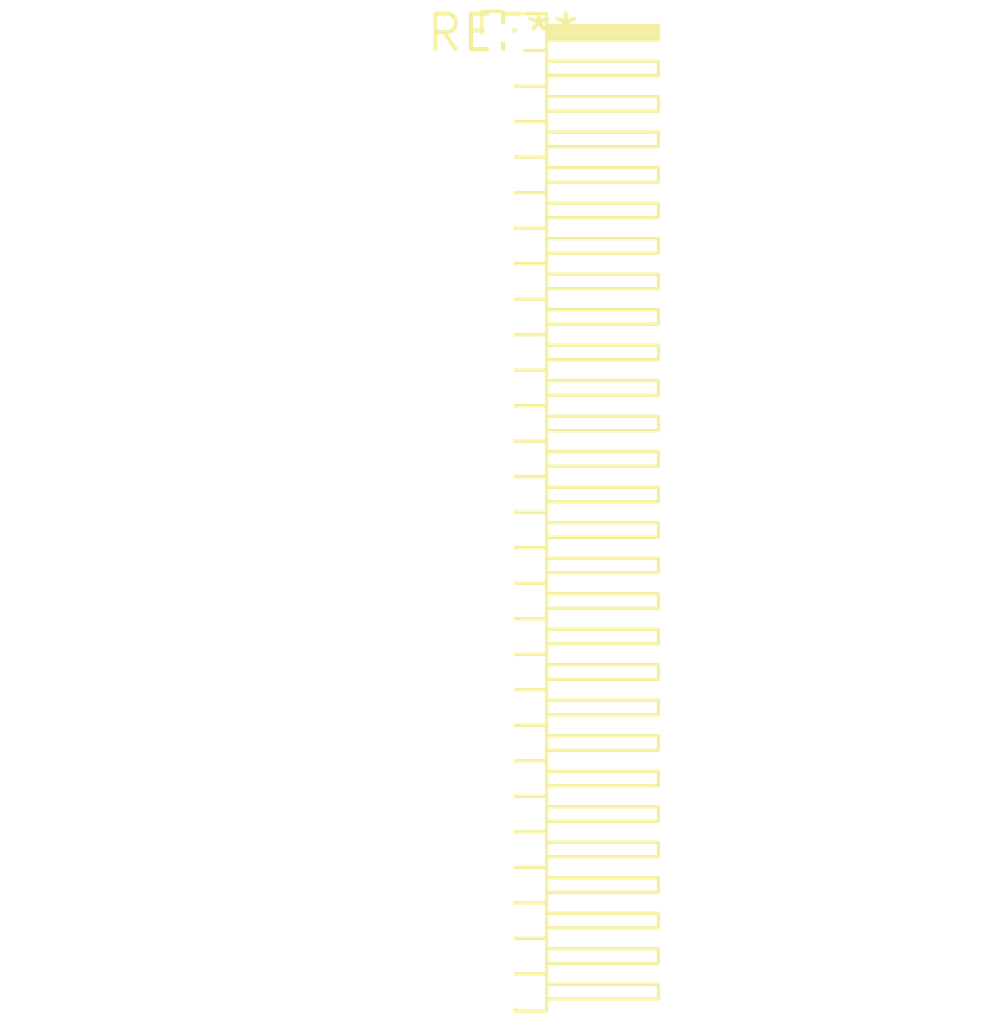
<source format=kicad_pcb>
(kicad_pcb (version 20240108) (generator pcbnew)
  (layers (0 "F.Cu" signal) (31 "B.Cu" signal) (34 "B.Paste" user) (35 "F.Paste" user) (36 "B.SilkS" user "B.Silkscreen") (37 "F.SilkS" user "F.Silkscreen") (38 "B.Mask" user) (39 "F.Mask" user) (44 "Edge.Cuts" user))
  (net 0 "")
  (footprint "PinHeader_1x28_P1.27mm_Horizontal" (layer "F.Cu") (at 0 0)
    (property "Reference" "REF**")
    (property "Value" "PinHeader_1x28_P1.27mm_Horizontal")
    (fp_line (start -0.76 -0.76) (end 0 -0.76) (layer "F.SilkS") (stroke (width 0.12)))
    (fp_line (start -0.76 0) (end -0.76 -0.76) (layer "F.SilkS") (stroke (width 0.12)))
    (fp_line (start 0.44 1.889677) (end 0.44 1.920323) (layer "F.SilkS") (stroke (width 0.12)))
    (fp_line (start 0.44 1.905) (end 1.56 1.905) (layer "F.SilkS") (stroke (width 0.12)))
    (fp_line (start 0.44 3.159677) (end 0.44 3.190323) (layer "F.SilkS") (stroke (width 0.12)))
    (fp_line (start 0.44 3.175) (end 1.56 3.175) (layer "F.SilkS") (stroke (width 0.12)))
    (fp_line (start 0.44 4.429677) (end 0.44 4.460323) (layer "F.SilkS") (stroke (width 0.12)))
    (fp_line (start 0.44 4.445) (end 1.56 4.445) (layer "F.SilkS") (stroke (width 0.12)))
    (fp_line (start 0.44 5.699677) (end 0.44 5.730323) (layer "F.SilkS") (stroke (width 0.12)))
    (fp_line (start 0.44 5.715) (end 1.56 5.715) (layer "F.SilkS") (stroke (width 0.12)))
    (fp_line (start 0.44 6.969677) (end 0.44 7.000323) (layer "F.SilkS") (stroke (width 0.12)))
    (fp_line (start 0.44 6.985) (end 1.56 6.985) (layer "F.SilkS") (stroke (width 0.12)))
    (fp_line (start 0.44 8.239677) (end 0.44 8.270323) (layer "F.SilkS") (stroke (width 0.12)))
    (fp_line (start 0.44 8.255) (end 1.56 8.255) (layer "F.SilkS") (stroke (width 0.12)))
    (fp_line (start 0.44 9.509677) (end 0.44 9.540323) (layer "F.SilkS") (stroke (width 0.12)))
    (fp_line (start 0.44 9.525) (end 1.56 9.525) (layer "F.SilkS") (stroke (width 0.12)))
    (fp_line (start 0.44 10.779677) (end 0.44 10.810323) (layer "F.SilkS") (stroke (width 0.12)))
    (fp_line (start 0.44 10.795) (end 1.56 10.795) (layer "F.SilkS") (stroke (width 0.12)))
    (fp_line (start 0.44 12.049677) (end 0.44 12.080323) (layer "F.SilkS") (stroke (width 0.12)))
    (fp_line (start 0.44 12.065) (end 1.56 12.065) (layer "F.SilkS") (stroke (width 0.12)))
    (fp_line (start 0.44 13.319677) (end 0.44 13.350323) (layer "F.SilkS") (stroke (width 0.12)))
    (fp_line (start 0.44 13.335) (end 1.56 13.335) (layer "F.SilkS") (stroke (width 0.12)))
    (fp_line (start 0.44 14.589677) (end 0.44 14.620323) (layer "F.SilkS") (stroke (width 0.12)))
    (fp_line (start 0.44 14.605) (end 1.56 14.605) (layer "F.SilkS") (stroke (width 0.12)))
    (fp_line (start 0.44 15.859677) (end 0.44 15.890323) (layer "F.SilkS") (stroke (width 0.12)))
    (fp_line (start 0.44 15.875) (end 1.56 15.875) (layer "F.SilkS") (stroke (width 0.12)))
    (fp_line (start 0.44 17.129677) (end 0.44 17.160323) (layer "F.SilkS") (stroke (width 0.12)))
    (fp_line (start 0.44 17.145) (end 1.56 17.145) (layer "F.SilkS") (stroke (width 0.12)))
    (fp_line (start 0.44 18.399677) (end 0.44 18.430323) (layer "F.SilkS") (stroke (width 0.12)))
    (fp_line (start 0.44 18.415) (end 1.56 18.415) (layer "F.SilkS") (stroke (width 0.12)))
    (fp_line (start 0.44 19.669677) (end 0.44 19.700323) (layer "F.SilkS") (stroke (width 0.12)))
    (fp_line (start 0.44 19.685) (end 1.56 19.685) (layer "F.SilkS") (stroke (width 0.12)))
    (fp_line (start 0.44 20.939677) (end 0.44 20.970323) (layer "F.SilkS") (stroke (width 0.12)))
    (fp_line (start 0.44 20.955) (end 1.56 20.955) (layer "F.SilkS") (stroke (width 0.12)))
    (fp_line (start 0.44 22.209677) (end 0.44 22.240323) (layer "F.SilkS") (stroke (width 0.12)))
    (fp_line (start 0.44 22.225) (end 1.56 22.225) (layer "F.SilkS") (stroke (width 0.12)))
    (fp_line (start 0.44 23.479677) (end 0.44 23.510323) (layer "F.SilkS") (stroke (width 0.12)))
    (fp_line (start 0.44 23.495) (end 1.56 23.495) (layer "F.SilkS") (stroke (width 0.12)))
    (fp_line (start 0.44 24.749677) (end 0.44 24.780323) (layer "F.SilkS") (stroke (width 0.12)))
    (fp_line (start 0.44 24.765) (end 1.56 24.765) (layer "F.SilkS") (stroke (width 0.12)))
    (fp_line (start 0.44 26.019677) (end 0.44 26.050323) (layer "F.SilkS") (stroke (width 0.12)))
    (fp_line (start 0.44 26.035) (end 1.56 26.035) (layer "F.SilkS") (stroke (width 0.12)))
    (fp_line (start 0.44 27.289677) (end 0.44 27.320323) (layer "F.SilkS") (stroke (width 0.12)))
    (fp_line (start 0.44 27.305) (end 1.56 27.305) (layer "F.SilkS") (stroke (width 0.12)))
    (fp_line (start 0.44 28.559677) (end 0.44 28.590323) (layer "F.SilkS") (stroke (width 0.12)))
    (fp_line (start 0.44 28.575) (end 1.56 28.575) (layer "F.SilkS") (stroke (width 0.12)))
    (fp_line (start 0.44 29.829677) (end 0.44 29.860323) (layer "F.SilkS") (stroke (width 0.12)))
    (fp_line (start 0.44 29.845) (end 1.56 29.845) (layer "F.SilkS") (stroke (width 0.12)))
    (fp_line (start 0.44 31.099677) (end 0.44 31.130323) (layer "F.SilkS") (stroke (width 0.12)))
    (fp_line (start 0.44 31.115) (end 1.56 31.115) (layer "F.SilkS") (stroke (width 0.12)))
    (fp_line (start 0.44 32.369677) (end 0.44 32.400323) (layer "F.SilkS") (stroke (width 0.12)))
    (fp_line (start 0.44 32.385) (end 1.56 32.385) (layer "F.SilkS") (stroke (width 0.12)))
    (fp_line (start 0.44 33.639677) (end 0.44 33.670323) (layer "F.SilkS") (stroke (width 0.12)))
    (fp_line (start 0.44 33.655) (end 1.56 33.655) (layer "F.SilkS") (stroke (width 0.12)))
    (fp_line (start 0.44 34.985) (end 0.44 34.909677) (layer "F.SilkS") (stroke (width 0.12)))
    (fp_line (start 0.76 -0.695) (end 1.56 -0.695) (layer "F.SilkS") (stroke (width 0.12)))
    (fp_line (start 0.76 0.635) (end 1.56 0.635) (layer "F.SilkS") (stroke (width 0.12)))
    (fp_line (start 1.56 -0.695) (end 1.56 34.985) (layer "F.SilkS") (stroke (width 0.12)))
    (fp_line (start 1.56 -0.26) (end 5.56 -0.26) (layer "F.SilkS") (stroke (width 0.12)))
    (fp_line (start 1.56 -0.2) (end 5.56 -0.2) (layer "F.SilkS") (stroke (width 0.12)))
    (fp_line (start 1.56 -0.08) (end 5.56 -0.08) (layer "F.SilkS") (stroke (width 0.12)))
    (fp_line (start 1.56 0.04) (end 5.56 0.04) (layer "F.SilkS") (stroke (width 0.12)))
    (fp_line (start 1.56 0.16) (end 5.56 0.16) (layer "F.SilkS") (stroke (width 0.12)))
    (fp_line (start 1.56 1.01) (end 5.56 1.01) (layer "F.SilkS") (stroke (width 0.12)))
    (fp_line (start 1.56 2.28) (end 5.56 2.28) (layer "F.SilkS") (stroke (width 0.12)))
    (fp_line (start 1.56 3.55) (end 5.56 3.55) (layer "F.SilkS") (stroke (width 0.12)))
    (fp_line (start 1.56 4.82) (end 5.56 4.82) (layer "F.SilkS") (stroke (width 0.12)))
    (fp_line (start 1.56 6.09) (end 5.56 6.09) (layer "F.SilkS") (stroke (width 0.12)))
    (fp_line (start 1.56 7.36) (end 5.56 7.36) (layer "F.SilkS") (stroke (width 0.12)))
    (fp_line (start 1.56 8.63) (end 5.56 8.63) (layer "F.SilkS") (stroke (width 0.12)))
    (fp_line (start 1.56 9.9) (end 5.56 9.9) (layer "F.SilkS") (stroke (width 0.12)))
    (fp_line (start 1.56 11.17) (end 5.56 11.17) (layer "F.SilkS") (stroke (width 0.12)))
    (fp_line (start 1.56 12.44) (end 5.56 12.44) (layer "F.SilkS") (stroke (width 0.12)))
    (fp_line (start 1.56 13.71) (end 5.56 13.71) (layer "F.SilkS") (stroke (width 0.12)))
    (fp_line (start 1.56 14.98) (end 5.56 14.98) (layer "F.SilkS") (stroke (width 0.12)))
    (fp_line (start 1.56 16.25) (end 5.56 16.25) (layer "F.SilkS") (stroke (width 0.12)))
    (fp_line (start 1.56 17.52) (end 5.56 17.52) (layer "F.SilkS") (stroke (width 0.12)))
    (fp_line (start 1.56 18.79) (end 5.56 18.79) (layer "F.SilkS") (stroke (width 0.12)))
    (fp_line (start 1.56 20.06) (end 5.56 20.06) (layer "F.SilkS") (stroke (width 0.12)))
    (fp_line (start 1.56 21.33) (end 5.56 21.33) (layer "F.SilkS") (stroke (width 0.12)))
    (fp_line (start 1.56 22.6) (end 5.56 22.6) (layer "F.SilkS") (stroke (width 0.12)))
    (fp_line (start 1.56 23.87) (end 5.56 23.87) (layer "F.SilkS") (stroke (width 0.12)))
    (fp_line (start 1.56 25.14) (end 5.56 25.14) (layer "F.SilkS") (stroke (width 0.12)))
    (fp_line (start 1.56 26.41) (end 5.56 26.41) (layer "F.SilkS") (stroke (width 0.12)))
    (fp_line (start 1.56 27.68) (end 5.56 27.68) (layer "F.SilkS") (stroke (width 0.12)))
    (fp_line (start 1.56 28.95) (end 5.56 28.95) (layer "F.SilkS") (stroke (width 0.12)))
    (fp_line (start 1.56 30.22) (end 5.56 30.22) (layer "F.SilkS") (stroke (width 0.12)))
    (fp_line (start 1.56 31.49) (end 5.56 31.49) (layer "F.SilkS") (stroke (width 0.12)))
    (fp_line (start 1.56 32.76) (end 5.56 32.76) (layer "F.SilkS") (stroke (width 0.12)))
    (fp_line (start 1.56 34.03) (end 5.56 34.03) (layer "F.SilkS") (stroke (width 0.12)))
    (fp_line (start 1.56 34.985) (end 0.44 34.985) (layer "F.SilkS") (stroke (width 0.12)))
    (fp_line (start 5.56 -0.26) (end 5.56 0.26) (layer "F.SilkS") (stroke (width 0.12)))
    (fp_line (start 5.56 0.26) (end 1.56 0.26) (layer "F.SilkS") (stroke (width 0.12)))
    (fp_line (start 5.56 1.01) (end 5.56 1.53) (layer "F.SilkS") (stroke (width 0.12)))
    (fp_line (start 5.56 1.53) (end 1.56 1.53) (layer "F.SilkS") (stroke (width 0.12)))
    (fp_line (start 5.56 2.28) (end 5.56 2.8) (layer "F.SilkS") (stroke (width 0.12)))
    (fp_line (start 5.56 2.8) (end 1.56 2.8) (layer "F.SilkS") (stroke (width 0.12)))
    (fp_line (start 5.56 3.55) (end 5.56 4.07) (layer "F.SilkS") (stroke (width 0.12)))
    (fp_line (start 5.56 4.07) (end 1.56 4.07) (layer "F.SilkS") (stroke (width 0.12)))
    (fp_line (start 5.56 4.82) (end 5.56 5.34) (layer "F.SilkS") (stroke (width 0.12)))
    (fp_line (start 5.56 5.34) (end 1.56 5.34) (layer "F.SilkS") (stroke (width 0.12)))
    (fp_line (start 5.56 6.09) (end 5.56 6.61) (layer "F.SilkS") (stroke (width 0.12)))
    (fp_line (start 5.56 6.61) (end 1.56 6.61) (layer "F.SilkS") (stroke (width 0.12)))
    (fp_line (start 5.56 7.36) (end 5.56 7.88) (layer "F.SilkS") (stroke (width 0.12)))
    (fp_line (start 5.56 7.88) (end 1.56 7.88) (layer "F.SilkS") (stroke (width 0.12)))
    (fp_line (start 5.56 8.63) (end 5.56 9.15) (layer "F.SilkS") (stroke (width 0.12)))
    (fp_line (start 5.56 9.15) (end 1.56 9.15) (layer "F.SilkS") (stroke (width 0.12)))
    (fp_line (start 5.56 9.9) (end 5.56 10.42) (layer "F.SilkS") (stroke (width 0.12)))
    (fp_line (start 5.56 10.42) (end 1.56 10.42) (layer "F.SilkS") (stroke (width 0.12)))
    (fp_line (start 5.56 11.17) (end 5.56 11.69) (layer "F.SilkS") (stroke (width 0.12)))
    (fp_line (start 5.56 11.69) (end 1.56 11.69) (layer "F.SilkS") (stroke (width 0.12)))
    (fp_line (start 5.56 12.44) (end 5.56 12.96) (layer "F.SilkS") (stroke (width 0.12)))
    (fp_line (start 5.56 12.96) (end 1.56 12.96) (layer "F.SilkS") (stroke (width 0.12)))
    (fp_line (start 5.56 13.71) (end 5.56 14.23) (layer "F.SilkS") (stroke (width 0.12)))
    (fp_line (start 5.56 14.23) (end 1.56 14.23) (layer "F.SilkS") (stroke (width 0.12)))
    (fp_line (start 5.56 14.98) (end 5.56 15.5) (layer "F.SilkS") (stroke (width 0.12)))
    (fp_line (start 5.56 15.5) (end 1.56 15.5) (layer "F.SilkS") (stroke (width 0.12)))
    (fp_line (start 5.56 16.25) (end 5.56 16.77) (layer "F.SilkS") (stroke (width 0.12)))
    (fp_line (start 5.56 16.77) (end 1.56 16.77) (layer "F.SilkS") (stroke (width 0.12)))
    (fp_line (start 5.56 17.52) (end 5.56 18.04) (layer "F.SilkS") (stroke (width 0.12)))
    (fp_line (start 5.56 18.04) (end 1.56 18.04) (layer "F.SilkS") (stroke (width 0.12)))
    (fp_line (start 5.56 18.79) (end 5.56 19.31) (layer "F.SilkS") (stroke (width 0.12)))
    (fp_line (start 5.56 19.31) (end 1.56 19.31) (layer "F.SilkS") (stroke (width 0.12)))
    (fp_line (start 5.56 20.06) (end 5.56 20.58) (layer "F.SilkS") (stroke (width 0.12)))
    (fp_line (start 5.56 20.58) (end 1.56 20.58) (layer "F.SilkS") (stroke (width 0.12)))
    (fp_line (start 5.56 21.33) (end 5.56 21.85) (layer "F.SilkS") (stroke (width 0.12)))
    (fp_line (start 5.56 21.85) (end 1.56 21.85) (layer "F.SilkS") (stroke (width 0.12)))
    (fp_line (start 5.56 22.6) (end 5.56 23.12) (layer "F.SilkS") (stroke (width 0.12)))
    (fp_line (start 5.56 23.12) (end 1.56 23.12) (layer "F.SilkS") (stroke (width 0.12)))
    (fp_line (start 5.56 23.87) (end 5.56 24.39) (layer "F.SilkS") (stroke (width 0.12)))
    (fp_line (start 5.56 24.39) (end 1.56 24.39) (layer "F.SilkS") (stroke (width 0.12)))
    (fp_line (start 5.56 25.14) (end 5.56 25.66) (layer "F.SilkS") (stroke (width 0.12)))
    (fp_line (start 5.56 25.66) (end 1.56 25.66) (layer "F.SilkS") (stroke (width 0.12)))
    (fp_line (start 5.56 26.41) (end 5.56 26.93) (layer "F.SilkS") (stroke (width 0.12)))
    (fp_line (start 5.56 26.93) (end 1.56 26.93) (layer "F.SilkS") (stroke (width 0.12)))
    (fp_line (start 5.56 27.68) (end 5.56 28.2) (layer "F.SilkS") (stroke (width 0.12)))
    (fp_line (start 5.56 28.2) (end 1.56 28.2) (layer "F.SilkS") (stroke (width 0.12)))
    (fp_line (start 5.56 28.95) (end 5.56 29.47) (layer "F.SilkS") (stroke (width 0.12)))
    (fp_line (start 5.56 29.47) (end 1.56 29.47) (layer "F.SilkS") (stroke (width 0.12)))
    (fp_line (start 5.56 30.22) (end 5.56 30.74) (layer "F.SilkS") (stroke (width 0.12)))
    (fp_line (start 5.56 30.74) (end 1.56 30.74) (layer "F.SilkS") (stroke (width 0.12)))
    (fp_line (start 5.56 31.49) (end 5.56 32.01) (layer "F.SilkS") (stroke (width 0.12)))
    (fp_line (start 5.56 32.01) (end 1.56 32.01) (layer "F.SilkS") (stroke (width 0.12)))
    (fp_line (start 5.56 32.76) (end 5.56 33.28) (layer "F.SilkS") (stroke (width 0.12)))
    (fp_line (start 5.56 33.28) (end 1.56 33.28) (layer "F.SilkS") (stroke (width 0.12)))
    (fp_line (start 5.56 34.03) (end 5.56 34.55) (layer "F.SilkS") (stroke (width 0.12)))
    (fp_line (start 5.56 34.55) (end 1.56 34.55) (layer "F.SilkS") (stroke (width 0.12)))
    (pad "1" thru_hole rect (at 0 0) (size 1 1) (drill 0.65) (layers *.Cu *.Mask) (remove_unused_layers))
    (pad "2" thru_hole oval (at 0 1.27) (size 1 1) (drill 0.65) (layers *.Cu *.Mask) (remove_unused_layers))
    (pad "3" thru_hole oval (at 0 2.54) (size 1 1) (drill 0.65) (layers *.Cu *.Mask) (remove_unused_layers))
    (pad "4" thru_hole oval (at 0 3.81) (size 1 1) (drill 0.65) (layers *.Cu *.Mask) (remove_unused_layers))
    (pad "5" thru_hole oval (at 0 5.08) (size 1 1) (drill 0.65) (layers *.Cu *.Mask) (remove_unused_layers))
    (pad "6" thru_hole oval (at 0 6.35) (size 1 1) (drill 0.65) (layers *.Cu *.Mask) (remove_unused_layers))
    (pad "7" thru_hole oval (at 0 7.62) (size 1 1) (drill 0.65) (layers *.Cu *.Mask) (remove_unused_layers))
    (pad "8" thru_hole oval (at 0 8.89) (size 1 1) (drill 0.65) (layers *.Cu *.Mask) (remove_unused_layers))
    (pad "9" thru_hole oval (at 0 10.16) (size 1 1) (drill 0.65) (layers *.Cu *.Mask) (remove_unused_layers))
    (pad "10" thru_hole oval (at 0 11.43) (size 1 1) (drill 0.65) (layers *.Cu *.Mask) (remove_unused_layers))
    (pad "11" thru_hole oval (at 0 12.7) (size 1 1) (drill 0.65) (layers *.Cu *.Mask) (remove_unused_layers))
    (pad "12" thru_hole oval (at 0 13.97) (size 1 1) (drill 0.65) (layers *.Cu *.Mask) (remove_unused_layers))
    (pad "13" thru_hole oval (at 0 15.24) (size 1 1) (drill 0.65) (layers *.Cu *.Mask) (remove_unused_layers))
    (pad "14" thru_hole oval (at 0 16.51) (size 1 1) (drill 0.65) (layers *.Cu *.Mask) (remove_unused_layers))
    (pad "15" thru_hole oval (at 0 17.78) (size 1 1) (drill 0.65) (layers *.Cu *.Mask) (remove_unused_layers))
    (pad "16" thru_hole oval (at 0 19.05) (size 1 1) (drill 0.65) (layers *.Cu *.Mask) (remove_unused_layers))
    (pad "17" thru_hole oval (at 0 20.32) (size 1 1) (drill 0.65) (layers *.Cu *.Mask) (remove_unused_layers))
    (pad "18" thru_hole oval (at 0 21.59) (size 1 1) (drill 0.65) (layers *.Cu *.Mask) (remove_unused_layers))
    (pad "19" thru_hole oval (at 0 22.86) (size 1 1) (drill 0.65) (layers *.Cu *.Mask) (remove_unused_layers))
    (pad "20" thru_hole oval (at 0 24.13) (size 1 1) (drill 0.65) (layers *.Cu *.Mask) (remove_unused_layers))
    (pad "21" thru_hole oval (at 0 25.4) (size 1 1) (drill 0.65) (layers *.Cu *.Mask) (remove_unused_layers))
    (pad "22" thru_hole oval (at 0 26.67) (size 1 1) (drill 0.65) (layers *.Cu *.Mask) (remove_unused_layers))
    (pad "23" thru_hole oval (at 0 27.94) (size 1 1) (drill 0.65) (layers *.Cu *.Mask) (remove_unused_layers))
    (pad "24" thru_hole oval (at 0 29.21) (size 1 1) (drill 0.65) (layers *.Cu *.Mask) (remove_unused_layers))
    (pad "25" thru_hole oval (at 0 30.48) (size 1 1) (drill 0.65) (layers *.Cu *.Mask) (remove_unused_layers))
    (pad "26" thru_hole oval (at 0 31.75) (size 1 1) (drill 0.65) (layers *.Cu *.Mask) (remove_unused_layers))
    (pad "27" thru_hole oval (at 0 33.02) (size 1 1) (drill 0.65) (layers *.Cu *.Mask) (remove_unused_layers))
    (pad "28" thru_hole oval (at 0 34.29) (size 1 1) (drill 0.65) (layers *.Cu *.Mask) (remove_unused_layers))
  )
)
</source>
